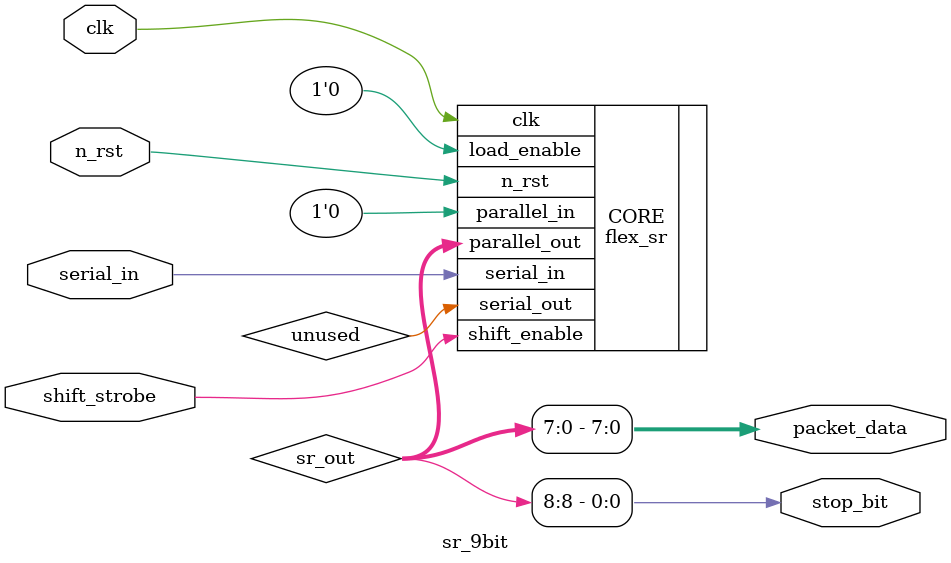
<source format=sv>
`timescale 1ns / 10ps

module sr_9bit (
    input logic clk,
    input logic n_rst,
    input logic shift_strobe,
    input logic serial_in,
    output logic [7:0] packet_data,
    output logic stop_bit
);
    logic [8:0] sr_out;
    logic unused;

    flex_sr #(
        .SIZE(9),
        .MSB_FIRST(0)
    ) CORE (
        .clk(clk),
        .n_rst(n_rst),
        .shift_enable(shift_strobe),
        .load_enable(1'b0),
        .serial_in(serial_in),
        .parallel_in('0),
        .serial_out(unused),
        .parallel_out(sr_out)
    );

    assign packet_data = sr_out[7:0];
    assign stop_bit = sr_out[8];

endmodule


</source>
